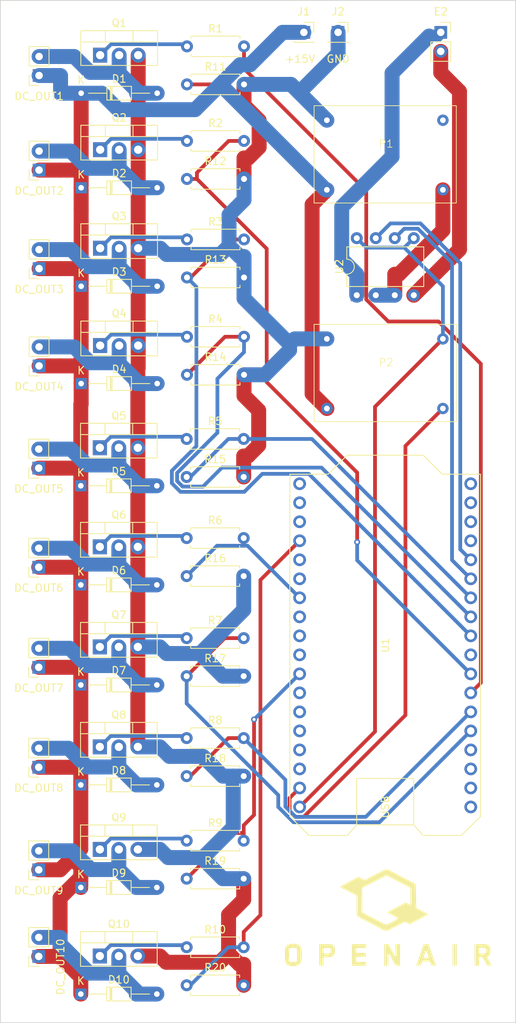
<source format=kicad_pcb>
(kicad_pcb (version 20221018) (generator pcbnew)
  (layers (0 "F.Cu" signal) (31 "B.Cu" signal) (34 "B.Paste" user) (35 "F.Paste" user) (36 "B.SilkS" user "B.Silkscreen") (37 "F.SilkS" user "F.Silkscreen") (38 "B.Mask" user) (39 "F.Mask" user) (44 "Edge.Cuts" user))
  (net 0 "")
  (net 1 "Net-(R1-Pad2)")
  (net 2 "GND")
  (net 3 "Net-(R10-Pad2)")
  (net 4 "Net-(R19-Pad1)")
  (net 5 "Net-(R18-Pad1)")
  (net 6 "Net-(R17-Pad1)")
  (net 7 "Net-(R16-Pad1)")
  (net 8 "Net-(R15-Pad1)")
  (net 9 "Net-(R14-Pad1)")
  (net 10 "Net-(U1-25_DAC)")
  (net 11 "Net-(R12-Pad1)")
  (net 12 "Net-(Q6-B)")
  (net 13 "Net-(Q5-B)")
  (net 14 "Net-(Q4-B)")
  (net 15 "Net-(Q3-B)")
  (net 16 "Net-(Q2-B)")
  (net 17 "Net-(Q1-B)")
  (net 18 "Net-(Q8-B)")
  (net 19 "Net-(Q9-B)")
  (net 20 "Net-(Q10-B)")
  (net 21 "Net-(Q7-B)")
  (net 22 "+15V")
  (net 23 "Net-(D10-A)")
  (net 24 "Net-(D9-A)")
  (net 25 "Net-(D8-A)")
  (net 26 "Net-(D7-A)")
  (net 27 "Net-(D6-A)")
  (net 28 "Net-(D5-A)")
  (net 29 "Net-(D4-A)")
  (net 30 "Net-(D3-A)")
  (net 31 "Net-(D2-A)")
  (net 32 "Net-(D1-A)")
  (net 33 "Net-(E2-Pin_1)")
  (net 34 "Net-(P1-OUT+)")
  (net 35 "Net-(E2-Pin_2)")
  (net 36 "Net-(P2-OUT-)")
  (net 37 "Net-(U2-IA)")
  (net 38 "Net-(U2-IB)")
  (net 54 "Net-(P2-OUT+)")
  (footprint "Diode_THT:D_DO-34_SOD68_P10.16mm_Horizontal" (layer "F.Cu") (at 24.0931 25.4)
    (fp_text reference "D1")
    (fp_text value "1N5400")
  )
  (footprint "MountingHole:MountingHole_2.2mm_M2" (layer "F.Cu") (at 79.16 146.304)
    (fp_text reference "H3" hide)
    (fp_text value "MountingHole" hide)
  )
  (footprint "Package_TO_SOT_THT:TO-220-3_Vertical" (layer "F.Cu") (at 26.6331 20.32)
    (fp_text reference "Q1")
    (fp_text value "TIP120")
  )
  (footprint "Connector_PinSocket_2.54mm:PinSocket_1x02_P2.54mm_Vertical" (layer "F.Cu") (at 18.4731 35.6719 180)
    (fp_text reference "DC_OUT2")
    (fp_text value "GND")
  )
  (footprint "Custom Footprints:Untitled" (layer "F.Cu") (at 65.1431 136.57)
    (fp_text reference "G***" hide)
    (fp_text value "LOGO" hide)
  )
  (footprint "Resistor_THT:R_Axial_DIN0207_L6.3mm_D2.5mm_P7.62mm_Horizontal" (layer "F.Cu") (at 38.2331 19.145)
    (fp_text reference "R1")
    (fp_text value "1k")
  )
  (footprint "Diode_THT:D_DO-34_SOD68_P10.16mm_Horizontal" (layer "F.Cu") (at 24.0931 38.0319)
    (fp_text reference "D2")
    (fp_text value "1N5400")
  )
  (footprint "Resistor_THT:R_Axial_DIN0207_L6.3mm_D2.5mm_P7.62mm_Horizontal" (layer "F.Cu") (at 38.2331 36.8569)
    (fp_text reference "R12")
    (fp_text value "1k")
  )
  (footprint "Connector_PinSocket_2.54mm:PinSocket_1x02_P2.54mm_Vertical" (layer "F.Cu") (at 18.43 102.0915 180)
    (fp_text reference "DC_OUT7")
    (fp_text value "GND")
  )
  (footprint "Resistor_THT:R_Axial_DIN0207_L6.3mm_D2.5mm_P7.62mm_Horizontal" (layer "F.Cu") (at 38.19 76.6696)
    (fp_text reference "R15")
    (fp_text value "1k")
  )
  (footprint "Custom Footprints:MINI-360" (layer "F.Cu") (at 64.8331 61.87)
    (fp_text reference "P2")
    (fp_text value "MINI-360")
  )
  (footprint "Resistor_THT:R_Axial_DIN0207_L6.3mm_D2.5mm_P7.62mm_Horizontal" (layer "F.Cu") (at 38.2331 50.0169)
    (fp_text reference "R13")
    (fp_text value "1k")
  )
  (footprint "Diode_THT:D_DO-34_SOD68_P10.16mm_Horizontal" (layer "F.Cu") (at 24.0931 64.1915)
    (fp_text reference "D4")
    (fp_text value "1N5400")
  )
  (footprint "Resistor_THT:R_Axial_DIN0207_L6.3mm_D2.5mm_P7.62mm_Horizontal" (layer "F.Cu") (at 38.19 98.1965)
    (fp_text reference "R7")
    (fp_text value "1k")
  )
  (footprint "Resistor_THT:R_Axial_DIN0207_L6.3mm_D2.5mm_P7.62mm_Horizontal" (layer "F.Cu") (at 38.19 111.55)
    (fp_text reference "R8")
    (fp_text value "1k")
  )
  (footprint "Resistor_THT:R_Axial_DIN0207_L6.3mm_D2.5mm_P7.62mm_Horizontal" (layer "F.Cu") (at 38.19 144.57)
    (fp_text reference "R20")
    (fp_text value "1k")
  )
  (footprint "Connector_PinSocket_2.54mm:PinSocket_1x01_P2.54mm_Vertical" (layer "F.Cu") (at 53.848 17.272)
    (fp_text reference "J1")
    (fp_text value "Conn_01x01_Pin" hide)
  )
  (footprint "Package_TO_SOT_THT:TO-220-3_Vertical" (layer "F.Cu") (at 26.6331 32.9519)
    (fp_text reference "Q2")
    (fp_text value "TIP120")
  )
  (footprint "Resistor_THT:R_Axial_DIN0207_L6.3mm_D2.5mm_P7.62mm_Horizontal" (layer "F.Cu") (at 38.2331 31.7769)
    (fp_text reference "R2")
    (fp_text value "1k")
  )
  (footprint "Connector_PinSocket_2.54mm:PinSocket_1x02_P2.54mm_Vertical" (layer "F.Cu") (at 18.43 75.4846 180)
    (fp_text reference "DC_OUT5")
    (fp_text value "GND")
  )
  (footprint "Custom Footprints:Heltec_HTIT-WB32" (layer "F.Cu") (at 64.7131 99.16 -90)
    (fp_text reference "U1")
    (fp_text value "Heltec_HTIT-WB32")
  )
  (footprint "Resistor_THT:R_Axial_DIN0207_L6.3mm_D2.5mm_P7.62mm_Horizontal" (layer "F.Cu") (at 38.19 139.49)
    (fp_text reference "R10")
    (fp_text value "1k")
  )
  (footprint "Package_TO_SOT_THT:TO-220-3_Vertical" (layer "F.Cu") (at 26.6331 59.1115)
    (fp_text reference "Q4")
    (fp_text value "TIP120")
  )
  (footprint "Connector_PinSocket_2.54mm:PinSocket_1x02_P2.54mm_Vertical" (layer "F.Cu") (at 72.136 17.272)
    (fp_text reference "E2")
    (fp_text value "E1")
  )
  (footprint "Diode_THT:D_DO-34_SOD68_P10.16mm_Horizontal" (layer "F.Cu") (at 24.05 145.745)
    (fp_text reference "D10")
    (fp_text value "1N5400")
  )
  (footprint "Connector_PinSocket_2.54mm:PinSocket_1x02_P2.54mm_Vertical" (layer "F.Cu") (at 18.4731 23.04 180)
    (fp_text reference "DC_OUT1")
    (fp_text value "GND")
  )
  (footprint "Diode_THT:D_DO-34_SOD68_P10.16mm_Horizontal" (layer "F.Cu") (at 24.05 117.805)
    (fp_text reference "D8")
    (fp_text value "1N5400")
  )
  (footprint "Package_TO_SOT_THT:TO-220-3_Vertical" (layer "F.Cu") (at 26.6331 46.1119)
    (fp_text reference "Q3")
    (fp_text value "TIP120")
  )
  (footprint "Resistor_THT:R_Axial_DIN0207_L6.3mm_D2.5mm_P7.62mm_Horizontal" (layer "F.Cu") (at 38.2331 24.225)
    (fp_text reference "R11")
    (fp_text value "1k")
  )
  (footprint "Package_TO_SOT_THT:TO-220-3_Vertical" (layer "F.Cu") (at 26.59 140.665)
    (fp_text reference "Q10")
    (fp_text value "TIP120")
  )
  (footprint "MountingHole:MountingHole_2.2mm_M2" (layer "F.Cu") (at 16.256 146.304)
    (fp_text reference "H2" hide)
    (fp_text value "MountingHole" hide)
  )
  (footprint "Custom Footprints:MINI-360" (layer "F.Cu") (at 64.8331 32.66)
    (fp_text reference "P1")
    (fp_text value "MINI-360")
  )
  (footprint "Connector_PinSocket_2.54mm:PinSocket_1x02_P2.54mm_Vertical" (layer "F.Cu") (at 18.43 129.145 180)
    (fp_text reference "DC_OUT9")
    (fp_text value "GND")
  )
  (footprint "Package_TO_SOT_THT:TO-220-3_Vertical" (layer "F.Cu") (at 26.59 72.7646)
    (fp_text reference "Q5")
    (fp_text value "TIP120")
  )
  (footprint "Diode_THT:D_DO-34_SOD68_P10.16mm_Horizontal" (layer "F.Cu") (at 24.05 91.0846)
    (fp_text reference "D6")
    (fp_text value "1N5400")
  )
  (footprint "Resistor_THT:R_Axial_DIN0207_L6.3mm_D2.5mm_P7.62mm_Horizontal" (layer "F.Cu") (at 38.2331 63.0165)
    (fp_text reference "R14")
    (fp_text value "1k")
  )
  (footprint "Resistor_THT:R_Axial_DIN0207_L6.3mm_D2.5mm_P7.62mm_Horizontal" (layer "F.Cu") (at 38.19 103.2765)
    (fp_text reference "R17")
    (fp_text value "1k")
  )
  (footprint "Connector_PinSocket_2.54mm:PinSocket_1x02_P2.54mm_Vertical" (layer "F.Cu") (at 18.43 115.445 180)
    (fp_text reference "DC_OUT8")
    (fp_text value "GND")
  )
  (footprint "Connector_PinSocket_2.54mm:PinSocket_1x02_P2.54mm_Vertical" (layer "F.Cu") (at 18.43 140.716 180)
    (fp_text reference "DC_OUT10")
    (fp_text value "GND")
  )
  (footprint "Resistor_THT:R_Axial_DIN0207_L6.3mm_D2.5mm_P7.62mm_Horizontal" (layer "F.Cu") (at 38.19 89.9096)
    (fp_text reference "R16")
    (fp_text value "1k")
  )
  (footprint "MountingHole:MountingHole_2.2mm_M2" (layer "F.Cu") (at 79.16 16.13)
    (fp_text reference "H4" hide)
    (fp_text value "MountingHole" hide)
  )
  (footprint "Diode_THT:D_DO-34_SOD68_P10.16mm_Horizontal" (layer "F.Cu") (at 24.05 104.4515)
    (fp_text reference "D7")
    (fp_text value "1N5400")
  )
  (footprint "Resistor_THT:R_Axial_DIN0207_L6.3mm_D2.5mm_P7.62mm_Horizontal" (layer "F.Cu") (at 38.19 84.8296)
    (fp_text reference "R6")
    (fp_text value "1k")
  )
  (footprint "Connector_PinSocket_2.54mm:PinSocket_1x01_P2.54mm_Vertical" (layer "F.Cu") (at 58.42 17.272)
    (fp_text reference "J2")
    (fp_text value "Conn_01x01_Pin" hide)
  )
  (footprint "Package_TO_SOT_THT:TO-220-3_Vertical" (layer "F.Cu") (at 26.59 112.725)
    (fp_text reference "Q8")
    (fp_text value "TIP120")
  )
  (footprint "MountingHole:MountingHole_2.2mm_M2" (layer "F.Cu") (at 16.256 16.13)
    (fp_text reference "H1" hide)
    (fp_text value "MountingHole" hide)
  )
  (footprint "Connector_PinSocket_2.54mm:PinSocket_1x02_P2.54mm_Vertical" (layer "F.Cu") (at 18.4731 48.8319 180)
    (fp_text reference "DC_OUT3")
    (fp_text value "GND")
  )
  (footprint "Resistor_THT:R_Axial_DIN0207_L6.3mm_D2.5mm_P7.62mm_Horizontal" (layer "F.Cu") (at 38.19 116.63)
    (fp_text reference "R18")
    (fp_text value "1k")
  )
  (footprint "Resistor_THT:R_Axial_DIN0207_L6.3mm_D2.5mm_P7.62mm_Horizontal" (layer "F.Cu") (at 38.2331 57.9365)
    (fp_text reference "R4")
    (fp_text value "1k")
  )
  (footprint "Diode_THT:D_DO-34_SOD68_P10.16mm_Horizontal" (layer "F.Cu") (at 24.05 77.8446)
    (fp_text reference "D5")
    (fp_text value "1N5400")
  )
  (footprint "Package_TO_SOT_THT:TO-220-3_Vertical" (layer "F.Cu") (at 26.59 99.3715)
    (fp_text reference "Q7")
    (fp_text value "TIP120")
  )
  (footprint "Package_DIP:DIP-8_W7.62mm" (layer "F.Cu") (at 60.9131 52.385 90)
    (fp_text reference "U2")
    (fp_text value "L9110")
  )
  (footprint "Connector_PinSocket_2.54mm:PinSocket_1x02_P2.54mm_Vertical" (layer "F.Cu") (at 18.43 88.7246 180)
    (fp_text reference "DC_OUT6")
    (fp_text value "GND")
  )
  (footprint "Connector_PinSocket_2.54mm:PinSocket_1x02_P2.54mm_Vertical" (layer "F.Cu") (at 18.4731 61.8315 180)
    (fp_text reference "DC_OUT4")
    (fp_text value "GND")
  )
  (footprint "Resistor_THT:R_Axial_DIN0207_L6.3mm_D2.5mm_P7.62mm_Horizontal" (layer "F.Cu") (at 38.2331 44.9369)
    (fp_text reference "R3")
    (fp_text value "1k")
  )
  (footprint "Resistor_THT:R_Axial_DIN0207_L6.3mm_D2.5mm_P7.62mm_Horizontal" (layer "F.Cu") (at 38.19 71.5896)
    (fp_text reference "R5")
    (fp_text value "1k")
  )
  (footprint "Resistor_THT:R_Axial_DIN0207_L6.3mm_D2.5mm_P7.62mm_Horizontal" (layer "F.Cu") (at 38.19 125.25)
    (fp_text reference "R9")
    (fp_text value "1k")
  )
  (footprint "Package_TO_SOT_THT:TO-220-3_Vertical" (layer "F.Cu") (at 26.59 126.425)
    (fp_text reference "Q9")
    (fp_text value "TIP120")
  )
  (footprint "Resistor_THT:R_Axial_DIN0207_L6.3mm_D2.5mm_P7.62mm_Horizontal" (layer "F.Cu") (at 38.19 130.33)
    (fp_text reference "R19")
    (fp_text value "1k")
  )
  (footprint "Diode_THT:D_DO-34_SOD68_P10.16mm_Horizontal" (layer "F.Cu") (at 24.0931 51.1919)
    (fp_text reference "D3")
    (fp_text value "1N5400")
  )
  (footprint "Package_TO_SOT_THT:TO-220-3_Vertical" (layer "F.Cu") (at 26.59 86.0046)
    (fp_text reference "Q6")
    (fp_text value "TIP120")
  )
  (footprint "Diode_THT:D_DO-34_SOD68_P10.16mm_Horizontal" (layer "F.Cu") (at 24.05 131.505)
    (fp_text reference "D9")
    (fp_text value "1N5400")
  )
  (gr_rect (start 13.3031 13) (end 82.1431 149.57) (stroke (width 0.1)) (fill none) (layer "Edge.Cuts"))
  (gr_text "+15V\n" (at 53.34 20.828) (layer "F.SilkS") (effects (font (size 1 1))))
  (gr_text "GND" (at 58.42 20.828) (layer "F.SilkS") (effects (font (size 1 1))))
  (segment (start 77.4875 61.5536) (end 77.4875 104.1656) (width 0.5) (layer "F.Cu") (net 1))
  (segment (start 62.183 52.9554) (end 65.1216 55.894) (width 0.5) (layer "F.Cu") (net 1))
  (segment (start 45.5018 21.7659) (end 62.183 38.4471) (width 0.5) (layer "F.Cu") (net 1))
  (segment (start 62.183 38.4471) (end 62.183 52.9554) (width 0.5) (layer "F.Cu") (net 1))
  (segment (start 77.4875 104.1656) (end 76.1431 105.51) (width 0.5) (layer "F.Cu") (net 1))
  (segment (start 45.8531 21.4146) (end 45.5018 21.7659) (width 0.5) (layer "F.Cu") (net 1))
  (segment (start 45.5018 21.7659) (end 43.0427 24.225) (width 0.5) (layer "F.Cu") (net 1))
  (segment (start 65.1216 55.894) (end 71.8279 55.894) (width 0.5) (layer "F.Cu") (net 1))
  (segment (start 43.0427 24.225) (end 38.2331 24.225) (width 0.5) (layer "F.Cu") (net 1))
  (segment (start 45.8531 19.145) (end 45.8531 21.195) (width 0.5) (layer "F.Cu") (net 1))
  (segment (start 45.8531 21.195) (end 45.8531 21.4146) (width 0.5) (layer "F.Cu") (net 1))
  (segment (start 71.8279 55.894) (end 77.4875 61.5536) (width 0.5) (layer "F.Cu") (net 1))
  (segment (start 47.8119 67.7753) (end 47.8119 72.4477) (width 2) (layer "F.Cu") (net 2))
  (segment (start 46.4375 34.0569) (end 45.8531 34.0569) (width 2) (layer "F.Cu") (net 2))
  (segment (start 35.4532 141.4957) (end 34.6225 140.665) (width 2) (layer "F.Cu") (net 2))
  (segment (start 45.81 130.33) (end 45.81 133.13) (width 2) (layer "F.Cu") (net 2))
  (segment (start 45.81 144.57) (end 45.81 141.77) (width 2) (layer "F.Cu") (net 2))
  (segment (start 31.7131 32.9519) (end 31.7131 20.32) (width 2) (layer "F.Cu") (net 2))
  (segment (start 45.8531 65.8165) (end 47.8119 67.7753) (width 2) (layer "F.Cu") (net 2))
  (segment (start 45.8531 36.8569) (end 45.8531 34.0569) (width 2) (layer "F.Cu") (net 2))
  (segment (start 31.7131 59.1115) (end 31.7131 46.1119) (width 2) (layer "F.Cu") (net 2))
  (segment (start 31.67 99.3715) (end 31.67 86.0046) (width 2) (layer "F.Cu") (net 2))
  (segment (start 31.67 86.0046) (end 31.67 72.7646) (width 2) (layer "F.Cu") (net 2))
  (segment (start 45.8531 24.225) (end 45.8531 27.025) (width 2) (layer "F.Cu") (net 2))
  (segment (start 31.67 112.725) (end 31.67 99.3715) (width 2) (layer "F.Cu") (net 2))
  (segment (start 42.6269 141.4957) (end 35.4532 141.4957) (width 2) (layer "F.Cu") (net 2))
  (segment (start 45.2256 141.77) (end 45.81 141.77) (width 2) (layer "F.Cu") (net 2))
  (segment (start 31.7131 59.1115) (end 31.7131 62.1115) (width 2) (layer "F.Cu") (net 2))
  (segment (start 43.7891 140.3335) (end 45.2256 141.77) (width 2) (layer "F.Cu") (net 2))
  (segment (start 45.81 133.13) (end 43.7891 135.1509) (width 2) (layer "F.Cu") (net 2))
  (segment (start 31.7131 46.1119) (end 31.7131 32.9519) (width 2) (layer "F.Cu") (net 2))
  (segment (start 45.8531 27.025) (end 47.874 29.0459) (width 2) (layer "F.Cu") (net 2))
  (segment (start 46.39 73.8696) (end 45.81 73.8696) (width 2) (layer "F.Cu") (net 2))
  (segment (start 43.7891 140.3335) (end 42.6269 141.4957) (width 2) (layer "F.Cu") (net 2))
  (segment (start 31.67 72.7646) (end 31.67 62.1546) (width 2) (layer "F.Cu") (net 2))
  (segment (start 47.8119 72.4477) (end 46.39 73.8696) (width 2) (layer "F.Cu") (net 2))
  (segment (start 47.874 32.6204) (end 46.4375 34.0569) (width 2) (layer "F.Cu") (net 2))
  (segment (start 31.67 62.1546) (end 31.7131 62.1115) (width 2) (layer "F.Cu") (net 2))
  (segment (start 43.7891 135.1509) (end 43.7891 140.3335) (width 2) (layer "F.Cu") (net 2))
  (segment (start 45.8531 63.0165) (end 45.8531 65.8165) (width 2) (layer "F.Cu") (net 2))
  (segment (start 31.67 140.665) (end 34.6225 140.665) (width 2) (layer "F.Cu") (net 2))
  (segment (start 47.874 29.0459) (end 47.874 32.6204) (width 2) (layer "F.Cu") (net 2))
  (segment (start 45.81 76.6696) (end 45.81 73.8696) (width 2) (layer "F.Cu") (net 2))
  (segment (start 45.8531 24.225) (end 47.2531 24.225) (width 2) (layer "B.Cu") (net 2))
  (segment (start 45.8531 50.0169) (end 45.8531 52.8169) (width 2) (layer "B.Cu") (net 2))
  (segment (start 43.01 116.63) (end 40.3755 113.9955) (width 2) (layer "B.Cu") (net 2))
  (segment (start 45.8531 39.6569) (end 43.8512 41.6588) (width 2) (layer "B.Cu") (net 2))
  (segment (start 53.2276 25.3144) (end 56.9231 29.01) (width 2) (layer "B.Cu") (net 2))
  (segment (start 52.1381 24.225) (end 53.2276 25.3144) (width 2) (layer "B.Cu") (net 2))
  (segment (start 51.9396 58.9034) (end 45.8531 52.8169) (width 2) (layer "B.Cu") (net 2))
  (segment (start 58.42 17.272) (end 58.42 20.122) (width 2) (layer "B.Cu") (net 2))
  (segment (start 44.41 116.63) (end 43.01 116.63) (width 2) (layer "B.Cu") (net 2))
  (segment (start 45.8531 63.0165) (end 48.6531 63.0165) (width 2) (layer "B.Cu") (net 2))
  (segment (start 44.41 116.63) (end 44.41 123.4759) (width 2) (layer "B.Cu") (net 2))
  (segment (start 45.81 89.9096) (end 45.81 94.4285) (width 2) (layer "B.Cu") (net 2))
  (segment (start 31.67 126.425) (end 34.6225 126.425) (width 2) (layer "B.Cu") (net 2))
  (segment (start 40.3755 127.5104) (end 40.3755 127.6955) (width 2) (layer "B.Cu") (net 2))
  (segment (start 56.9231 58.22) (end 52.623 58.22) (width 2) (layer "B.Cu") (net 2))
  (segment (start 31.7131 46.1119) (end 34.6656 46.1119) (width 2) (layer "B.Cu") (net 2))
  (segment (start 31.67 99.3715) (end 34.6225 99.3715) (width 2) (layer "B.Cu") (net 2))
  (segment (start 43.8512 41.6588) (end 43.8512 45.795) (width 2) (layer "B.Cu") (net 2))
  (segment (start 45.2731 47.2169) (end 45.8531 47.2169) (width 2) (layer "B.Cu") (net 2))
  (segment (start 40.3755 127.6955) (end 43.01 130.33) (width 2) (layer "B.Cu") (net 2))
  (segment (start 47.2531 24.225) (end 52.1381 24.225) (width 2) (layer "B.Cu") (net 2))
  (segment (start 35.7079 127.5104) (end 34.6225 126.425) (width 2) (layer "B.Cu") (net 2))
  (segment (start 31.67 112.725) (end 34.6225 112.725) (width 2) (layer "B.Cu") (net 2))
  (segment (start 35.5035 100.2525) (end 39.986 100.2525) (width 2) (layer "B.Cu") (net 2))
  (segment (start 34.6225 99.3715) (end 35.5035 100.2525) (width 2) (layer "B.Cu") (net 2))
  (segment (start 43.8512 45.795) (end 45.2731 47.2169) (width 2) (layer "B.Cu") (net 2))
  (segment (start 40.3755 113.9955) (end 35.893 113.9955) (width 2) (layer "B.Cu") (net 2))
  (segment (start 35.893 113.9955) (end 34.6225 112.725) (width 2) (layer "B.Cu") (net 2))
  (segment (start 45.8531 36.8569) (end 45.8531 39.6569) (width 2) (layer "B.Cu") (net 2))
  (segment (start 48.6531 63.0165) (end 51.9396 59.73) (width 2) (layer "B.Cu") (net 2))
  (segment (start 45.8531 50.0169) (end 45.8531 47.2169) (width 2) (layer "B.Cu") (net 2))
  (segment (start 43.8512 45.795) (end 42.7036 46.9426) (width 2) (layer "B.Cu") (net 2))
  (segment (start 52.623 58.22) (end 51.9396 58.9034) (width 2) (layer "B.Cu") (net 2))
  (segment (start 42.7036 46.9426) (end 35.4963 46.9426) (width 2) (layer "B.Cu") (net 2))
  (segment (start 45.81 94.4285) (end 39.986 100.2525) (width 2) (layer "B.Cu") (net 2))
  (segment (start 45.81 130.33) (end 43.01 130.33) (width 2) (layer "B.Cu") (net 2))
  (segment (start 35.4963 46.9426) (end 34.6656 46.1119) (width 2) (layer "B.Cu") (net 2))
  (segment (start 45.81 103.2765) (end 43.01 103.2765) (width 2) (layer "B.Cu") (net 2))
  (segment (start 58.42 20.122) (end 53.2276 25.3144) (width 2) (layer "B.Cu") (net 2))
  (segment (start 39.986 100.2525) (end 43.01 103.2765) (width 2) (layer "B.Cu") (net 2))
  (segment (start 45.81 116.63) (end 44.41 116.63) (width 2) (layer "B.Cu") (net 2))
  (segment (start 40.3755 127.5104) (end 35.7079 127.5104) (width 2) (layer "B.Cu") (net 2))
  (segment (start 44.41 123.4759) (end 40.3755 127.5104) (width 2) (layer "B.Cu") (net 2))
  (segment (start 51.9396 59.73) (end 51.9396 58.9034) (width 2) (layer "B.Cu") (net 2))
  (segment (start 48.0458 135.2042) (end 48.0458 90.4273) (width 0.5) (layer "F.Cu") (net 3))
  (segment (start 45.81 137.44) (end 48.0458 135.2042) (width 0.5) (layer "F.Cu") (net 3))
  (segment (start 48.0458 90.4273) (end 53.2831 85.19) (width 0.5) (layer "F.Cu") (net 3))
  (segment (start 45.81 139.49) (end 45.81 137.44) (width 0.5) (layer "F.Cu") (net 3))
  (segment (start 38.68 144.57) (end 38.19 144.57) (width 0.5) (layer "B.Cu") (net 3))
  (segment (start 43.76 139.49) (end 38.68 144.57) (width 0.5) (layer "B.Cu") (net 3))
  (segment (start 45.81 139.49) (end 43.76 139.49) (width 0.5) (layer "B.Cu") (net 3))
  (segment (start 45.81 125.25) (end 45.81 124.225) (width 0.5) (layer "F.Cu") (net 4))
  (segment (start 47.1939 121.8161) (end 47.1939 109.0592) (width 0.5) (layer "F.Cu") (net 4))
  (segment (start 45.81 124.225) (end 44.295 124.225) (width 0.5) (layer "F.Cu") (net 4))
  (segment (start 44.295 124.225) (end 38.19 130.33) (width 0.5) (layer "F.Cu") (net 4))
  (segment (start 45.81 123.2) (end 47.1939 121.8161) (width 0.5) (layer "F.Cu") (net 4))
  (segment (start 45.81 124.225) (end 45.81 123.2) (width 0.5) (layer "F.Cu") (net 4))
  (via (at 47.1939 109.0592) (size 0.8) (drill 0.4) (layers "F.Cu" "B.Cu") (net 4))
  (segment (start 53.2831 102.97) (end 47.1939 109.0592) (width 0.5) (layer "B.Cu") (net 4))
  (segment (start 38.68 116.63) (end 38.19 116.63) (width 0.5) (layer "F.Cu") (net 5))
  (segment (start 45.81 111.55) (end 43.76 111.55) (width 0.5) (layer "F.Cu") (net 5))
  (segment (start 43.76 111.55) (end 38.68 116.63) (width 0.5) (layer "F.Cu") (net 5))
  (segment (start 62.1227 122.0704) (end 52.7516 122.0704) (width 0.5) (layer "B.Cu") (net 5))
  (segment (start 51.3789 117.1189) (end 45.81 111.55) (width 0.5) (layer "B.Cu") (net 5))
  (segment (start 76.1431 108.05) (end 62.1227 122.0704) (width 0.5) (layer "B.Cu") (net 5))
  (segment (start 51.3789 120.6977) (end 51.3789 117.1189) (width 0.5) (layer "B.Cu") (net 5))
  (segment (start 52.7516 122.0704) (end 51.3789 120.6977) (width 0.5) (layer "B.Cu") (net 5))
  (segment (start 43.27 98.1965) (end 45.81 98.1965) (width 0.5) (layer "F.Cu") (net 6))
  (segment (start 38.19 103.2765) (end 43.27 98.1965) (width 0.5) (layer "F.Cu") (net 6))
  (segment (start 52.4679 122.7923) (end 63.9408 122.7923) (width 0.5) (layer "B.Cu") (net 6))
  (segment (start 38.19 106.927) (end 50.4293 119.1663) (width 0.5) (layer "B.Cu") (net 6))
  (segment (start 38.19 103.2765) (end 38.19 106.927) (width 0.5) (layer "B.Cu") (net 6))
  (segment (start 63.9408 122.7923) (end 76.1431 110.59) (width 0.5) (layer "B.Cu") (net 6))
  (segment (start 50.4293 120.7537) (end 52.4679 122.7923) (width 0.5) (layer "B.Cu") (net 6))
  (segment (start 50.4293 119.1663) (end 50.4293 120.7537) (width 0.5) (layer "B.Cu") (net 6))
  (segment (start 45.81 84.8296) (end 45.81 85.8546) (width 0.5) (layer "B.Cu") (net 7))
  (segment (start 46.3277 85.8546) (end 45.81 85.8546) (width 0.5) (layer "B.Cu") (net 7))
  (segment (start 45.81 85.8546) (end 42.245 85.8546) (width 0.5) (layer "B.Cu") (net 7))
  (segment (start 53.2831 92.81) (end 46.3277 85.8546) (width 0.5) (layer "B.Cu") (net 7))
  (segment (start 42.245 85.8546) (end 38.19 89.9096) (width 0.5) (layer "B.Cu") (net 7))
  (segment (start 38.68 76.6696) (end 43.76 71.5896) (width 0.5) (layer "B.Cu") (net 8))
  (segment (start 54.9227 71.5896) (end 45.81 71.5896) (width 0.5) (layer "B.Cu") (net 8))
  (segment (start 76.1431 92.81) (end 54.9227 71.5896) (width 0.5) (layer "B.Cu") (net 8))
  (segment (start 45.81 71.5896) (end 43.76 71.5896) (width 0.5) (layer "B.Cu") (net 8))
  (segment (start 38.19 76.6696) (end 38.68 76.6696) (width 0.5) (layer "B.Cu") (net 8))
  (segment (start 45.8531 57.9365) (end 43.3131 57.9365) (width 0.5) (layer "F.Cu") (net 9))
  (segment (start 43.3131 57.9365) (end 38.2331 63.0165) (width 0.5) (layer "F.Cu") (net 9))
  (segment (start 76.1431 95.35) (end 56.2108 75.4177) (width 0.5) (layer "B.Cu") (net 9))
  (segment (start 40.3711 77.9513) (end 37.6568 77.9513) (width 0.5) (layer "B.Cu") (net 9))
  (segment (start 42.2985 63.5411) (end 45.8531 59.9865) (width 0.5) (layer "B.Cu") (net 9))
  (segment (start 37.6568 77.9513) (end 36.9148 77.2093) (width 0.5) (layer "B.Cu") (net 9))
  (segment (start 45.8531 57.9365) (end 45.8531 59.9865) (width 0.5) (layer "B.Cu") (net 9))
  (segment (start 36.9148 77.2093) (end 36.9148 76.1264) (width 0.5) (layer "B.Cu") (net 9))
  (segment (start 56.2108 75.4177) (end 42.9047 75.4177) (width 0.5) (layer "B.Cu") (net 9))
  (segment (start 42.9047 75.4177) (end 40.3711 77.9513) (width 0.5) (layer "B.Cu") (net 9))
  (segment (start 42.2985 70.7427) (end 42.2985 63.5411) (width 0.5) (layer "B.Cu") (net 9))
  (segment (start 36.9148 76.1264) (end 42.2985 70.7427) (width 0.5) (layer "B.Cu") (net 9))
  (segment (start 38.7231 50.0169) (end 38.2331 50.0169) (width 0.5) (layer "F.Cu") (net 10))
  (segment (start 45.8531 44.9369) (end 43.8031 44.9369) (width 0.5) (layer "F.Cu") (net 10))
  (segment (start 43.8031 44.9369) (end 38.7231 50.0169) (width 0.5) (layer "F.Cu") (net 10))
  (segment (start 36.2129 75.8355) (end 36.2129 77.5001) (width 0.5) (layer "B.Cu") (net 10))
  (segment (start 37.366 78.6532) (end 45.8874 78.6532) (width 0.5) (layer "B.Cu") (net 10))
  (segment (start 48.29 76.2506) (end 54.5037 76.2506) (width 0.5) (layer "B.Cu") (net 10))
  (segment (start 36.2129 77.5001) (end 37.366 78.6532) (width 0.5) (layer "B.Cu") (net 10))
  (segment (start 39.4939 72.5545) (end 36.2129 75.8355) (width 0.5) (layer "B.Cu") (net 10))
  (segment (start 38.2331 50.0169) (end 39.4939 51.2777) (width 0.5) (layer "B.Cu") (net 10))
  (segment (start 54.5037 76.2506) (end 76.1431 97.89) (width 0.5) (layer "B.Cu") (net 10))
  (segment (start 45.8874 78.6532) (end 48.29 76.2506) (width 0.5) (layer "B.Cu") (net 10))
  (segment (start 39.4939 51.2777) (end 39.4939 72.5545) (width 0.5) (layer "B.Cu") (net 10))
  (segment (start 39.562 36.8569) (end 39.562 36.018) (width 0.5) (layer "F.Cu") (net 11))
  (segment (start 48.8835 46.1784) (end 39.562 36.8569) (width 0.5) (layer "F.Cu") (net 11))
  (segment (start 60.9699 76.0821) (end 48.8835 63.9957) (width 0.5) (layer "F.Cu") (net 11))
  (segment (start 38.2331 36.8569) (end 39.562 36.8569) (width 0.5) (layer "F.Cu") (net 11))
  (segment (start 45.8531 31.7769) (end 43.8031 31.7769) (width 0.5) (layer "F.Cu") (net 11))
  (segment (start 60.9699 85.3695) (end 60.9699 76.0821) (width 0.5) (layer "F.Cu") (net 11))
  (segment (start 39.562 36.018) (end 43.8031 31.7769) (width 0.5) (layer "F.Cu") (net 11))
  (segment (start 48.8835 63.9957) (end 48.8835 46.1784) (width 0.5) (layer "F.Cu") (net 11))
  (via (at 60.9699 85.3695) (size 0.8) (drill 0.4) (layers "F.Cu" "B.Cu") (net 11))
  (segment (start 60.9699 87.7968) (end 60.9699 85.3695) (width 0.5) (layer "B.Cu") (net 11))
  (segment (start 76.1431 102.97) (end 60.9699 87.7968) (width 0.5) (layer "B.Cu") (net 11))
  (segment (start 37.9088 84.5484) (end 28.0462 84.5484) (width 0.5) (layer "B.Cu") (net 12))
  (segment (start 28.0462 84.5484) (end 26.59 86.0046) (width 0.5) (layer "B.Cu") (net 12))
  (segment (start 38.19 84.8296) (end 37.9088 84.5484) (width 0.5) (layer "B.Cu") (net 12))
  (segment (start 38.19 71.5896) (end 37.8929 71.2925) (width 0.5) (layer "B.Cu") (net 13))
  (segment (start 28.0621 71.2925) (end 26.59 72.7646) (width 0.5) (layer "B.Cu") (net 13))
  (segment (start 37.8929 71.2925) (end 28.0621 71.2925) (width 0.5) (layer "B.Cu") (net 13))
  (segment (start 37.9519 57.6553) (end 28.0893 57.6553) (width 0.5) (layer "B.Cu") (net 14))
  (segment (start 28.0893 57.6553) (end 26.6331 59.1115) (width 0.5) (layer "B.Cu") (net 14))
  (segment (start 38.2331 57.9365) (end 37.9519 57.6553) (width 0.5) (layer "B.Cu") (net 14))
  (segment (start 38.2331 44.9369) (end 37.9519 44.6557) (width 0.5) (layer "B.Cu") (net 15))
  (segment (start 37.9519 44.6557) (end 28.0893 44.6557) (width 0.5) (layer "B.Cu") (net 15))
  (segment (start 28.0893 44.6557) (end 26.6331 46.1119) (width 0.5) (layer "B.Cu") (net 15))
  (segment (start 28.0893 31.4957) (end 26.6331 32.9519) (width 0.5) (layer "B.Cu") (net 16))
  (segment (start 37.9519 31.4957) (end 28.0893 31.4957) (width 0.5) (layer "B.Cu") (net 16))
  (segment (start 38.2331 31.7769) (end 37.9519 31.4957) (width 0.5) (layer "B.Cu") (net 16))
  (segment (start 38.2331 19.145) (end 37.9444 18.8563) (width 0.5) (layer "B.Cu") (net 17))
  (segment (start 37.9444 18.8563) (end 28.0968 18.8563) (width 0.5) (layer "B.Cu") (net 17))
  (segment (start 28.0968 18.8563) (end 26.6331 20.32) (width 0.5) (layer "B.Cu") (net 17))
  (segment (start 37.9088 111.2688) (end 28.0462 111.2688) (width 0.5) (layer "B.Cu") (net 18))
  (segment (start 38.19 111.55) (end 37.9088 111.2688) (width 0.5) (layer "B.Cu") (net 18))
  (segment (start 28.0462 111.2688) (end 26.59 112.725) (width 0.5) (layer "B.Cu") (net 18))
  (segment (start 37.9088 124.9688) (end 28.0462 124.9688) (width 0.5) (layer "B.Cu") (net 19))
  (segment (start 28.0462 124.9688) (end 26.59 126.425) (width 0.5) (layer "B.Cu") (net 19))
  (segment (start 38.19 125.25) (end 37.9088 124.9688) (width 0.5) (layer "B.Cu") (net 19))
  (segment (start 37.9088 139.2088) (end 28.0462 139.2088) (width 0.5) (layer "B.Cu") (net 20))
  (segment (start 38.19 139.49) (end 37.9088 139.2088) (width 0.5) (layer "B.Cu") (net 20))
  (segment (start 28.0462 139.2088) (end 26.59 140.665) (width 0.5) (layer "B.Cu") (net 20))
  (segment (start 28.0462 97.9153) (end 26.59 99.3715) (width 0.5) (layer "B.Cu") (net 21))
  (segment (start 37.9088 97.9153) (end 28.0462 97.9153) (width 0.5) (layer "B.Cu") (net 21))
  (segment (start 38.19 98.1965) (end 37.9088 97.9153) (width 0.5) (layer "B.Cu") (net 21))
  (segment (start 18.4731 35.6719) (end 21.3231 35.6719) (width 2) (layer "F.Cu") (net 22))
  (segment (start 24.05 88.7246) (end 24.05 77.8446) (width 2) (layer "F.Cu") (net 22))
  (segment (start 24.05 75.4846) (end 24.05 66.9846) (width 2) (layer "F.Cu") (net 22))
  (segment (start 24.05 126.375) (end 22.86 127.565) (width 2) (layer "F.Cu") (net 22))
  (segment (start 24.0931 61.8315) (end 21.3231 61.8315) (width 2) (layer "F.Cu") (net 22))
  (segment (start 24.0931 39.4069) (end 24.0931 40.7819) (width 2) (layer "F.Cu") (net 22))
  (segment (start 18.4731 61.8315) (end 21.3231 61.8315) (width 2) (layer "F.Cu") (net 22))
  (segment (start 24.0931 48.8319) (end 21.3231 48.8319) (width 2) (layer "F.Cu") (net 22))
  (segment (start 18.43 102.0915) (end 21.28 102.0915) (width 2) (layer "F.Cu") (net 22))
  (segment (start 21.28 140.716) (end 23.559 142.995) (width 2) (layer "F.Cu") (net 22))
  (segment (start 24.05 131.505) (end 24.05 130.13) (width 2) (layer "F.Cu") (net 22))
  (segment (start 24.05 130.13) (end 24.05 128.755) (width 2) (layer "F.Cu") (net 22))
  (segment (start 24.05 115.445) (end 24.05 117.805) (width 2) (layer "F.Cu") (net 22))
  (segment (start 24.0931 64.1915) (end 24.0931 66.9415) (width 2) (layer "F.Cu") (net 22))
  (segment (start 18.4731 48.8319) (end 21.3231 48.8319) (width 2) (layer "F.Cu") (net 22))
  (segment (start 24.0931 35.6719) (end 24.0931 25.4) (width 2) (layer "F.Cu") (net 22))
  (segment (start 24.05 75.4846) (end 21.28 75.4846) (width 2) (layer "F.Cu") (net 22))
  (segment (start 18.43 75.4846) (end 21.28 75.4846) (width 2) (layer "F.Cu") (net 22))
  (segment (start 24.05 117.805) (end 24.05 126.375) (width 2) (layer "F.Cu") (net 22))
  (segment (start 24.05 66.9846) (end 24.0931 66.9415) (width 2) (layer "F.Cu") (net 22))
  (segment (start 24.05 104.4515) (end 24.05 115.445) (width 2) (layer "F.Cu") (net 22))
  (segment (start 24.05 130.13) (end 21.28 132.9) (width 2) (layer "F.Cu") (net 22))
  (segment (start 24.05 88.7246) (end 21.28 88.7246) (width 2) (layer "F.Cu") (net 22))
  (segment (start 54.9489 65.5458) (end 56.9231 67.52) (width 2) (layer "F.Cu") (net 22))
  (segment (start 24.05 91.0846) (end 24.05 88.7246) (width 2) (layer "F.Cu") (net 22))
  (segment (start 24.05 102.0915) (end 24.05 104.4515) (width 2) (layer "F.Cu") (net 22))
  (segment (start 24.0931 48.8319) (end 24.0931 40.7819) (width 2) (layer "F.Cu") (net 22))
  (segment (start 24.0931 38.0319) (end 24.0931 35.6719) (width 2) (layer "F.Cu") (net 22))
  (segment (start 24.05 102.0915) (end 21.28 102.0915) (width 2) (layer "F.Cu") (net 22))
  (segment (start 21.28 132.9) (end 21.28 140.716) (width 2) (layer "F.Cu") (net 22))
  (segment (start 54.9489 40.2842) (end 54.9489 65.5458) (width 2) (layer "F.Cu") (net 22))
  (segment (start 24.05 77.8446) (end 24.05 75.4846) (width 2) (layer "F.Cu") (net 22))
  (segment (start 18.43 129.145) (end 21.28 129.145) (width 2) (layer "F.Cu") (net 22))
  (segment (start 24.05 145.745) (end 24.05 142.995) (width 2) (layer "F.Cu") (net 22))
  (segment (start 18.43 140.716) (end 21.28 140.716) (width 2) (layer "F.Cu") (net 22))
  (segment (start 24.0931 61.8315) (end 24.0931 51.1919) (width 2) (layer "F.Cu") (net 22))
  (segment (start 22.86 127.565) (end 21.28 129.145) (width 2) (layer "F.Cu") (net 22))
  (segment (start 24.0931 39.4069) (end 24.0931 38.0319) (width 2) (layer "F.Cu") (net 22))
  (segment (start 24.0931 51.1919) (end 24.0931 48.8319) (width 2) (layer "F.Cu") (net 22))
  (segment (start 24.0931 64.1915) (end 24.0931 61.8315) (width 2) (layer "F.Cu") (net 22))
  (segment (start 24.0931 35.6719) (end 21.3231 35.6719) (width 2) (layer "F.Cu") (net 22))
  (segment (start 24.05 91.0846) (end 24.05 102.0915) (width 2) (layer "F.Cu") (net 22))
  (segment (start 23.559 142.995) (end 24.05 142.995) (width 2) (layer "F.Cu") (net 22))
  (segment (start 18.43 115.445) (end 21.28 115.445) (width 2) (layer "F.Cu") (net 22))
  (segment (start 24.05 115.445) (end 21.28 115.445) (width 2) (layer "F.Cu") (net 22))
  (segment (start 22.86 127.565) (end 24.05 128.755) (width 2) (layer "F.Cu") (net 22))
  (segment (start 56.9231 38.31) (end 54.9489 40.2842) (width 2) (layer "F.Cu") (net 22))
  (segment (start 18.43 88.7246) (end 21.28 88.7246) (width 2) (layer "F.Cu") (net 22))
  (segment (start 42.6947 24.2296) (end 39.3222 27.6021) (width 2) (layer "B.Cu") (net 22))
  (segment (start 18.4731 23.04) (end 21.3231 23.04) (width 2) (layer "B.Cu") (net 22))
  (segment (start 53.848 17.272) (end 50.998 17.272) (width 2) (layer "B.Cu") (net 22))
  (segment (start 21.3431 23.06) (end 21.3231 23.04) (width 2) (layer "B.Cu") (net 22))
  (segment (start 45.3207 21.6036) (end 42.6947 24.2296) (width 2) (layer "B.Cu") (net 22))
  (segment (start 29.0452 27.6021) (end 26.8431 25.4) (width 2) (layer "B.Cu") (net 22))
  (segment (start 24.0931 25.4) (end 26.8431 25.4) (width 2) (layer "B.Cu") (net 22))
  (segment (start 56.7751 38.31) (end 42.6947 24.2296) (width 2) (layer "B.Cu") (net 22))
  (segment (start 46.6664 21.6036) (end 45.3207 21.6036) (width 2) (layer "B.Cu") (net 22))
  (segment (start 24.0931 25.4) (end 21.3431 25.4) (width 2) (layer "B.Cu") (net 22))
  (segment (start 21.3431 25.4) (end 21.3431 23.06) (width 2) (layer "B.Cu") (net 22))
  (segment (start 39.3222 27.6021) (end 29.0452 27.6021) (width 2) (layer "B.Cu") (net 22))
  (segment (start 50.998 17.272) (end 46.6664 21.6036) (width 2) (layer "B.Cu") (net 22))
  (segment (start 56.9231 38.31) (end 56.7751 38.31) (width 2) (layer "B.Cu") (net 22))
  (segment (start 18.43 138.176) (end 21.28 138.176) (width 2) (layer "B.Cu") (net 23))
  (segment (start 34.21 145.745) (end 31.46 145.745) (width 2) (layer "B.Cu") (net 23))
  (segment (start 21.28 139.0611) (end 25.161 142.9421) (width 2) (layer "B.Cu") (net 23))
  (segment (start 31.46 145.3488) (end 31.46 145.745) (width 2) (layer "B.Cu") (net 23))
  (segment (start 29.0533 142.9421) (end 31.46 145.3488) (width 2) (layer "B.Cu") (net 23))
  (segment (start 21.28 138.176) (end 21.28 139.0611) (width 2) (layer "B.Cu") (net 23))
  (segment (start 25.161 142.9421) (end 29.0533 142.9421) (width 2) (layer "B.Cu") (net 23))
  (segment (start 29.13 142.8654) (end 29.13 142.715) (width 2) (layer "B.Cu") (net 23))
  (segment (start 29.0533 142.9421) (end 29.13 142.8654) (width 2) (layer "B.Cu") (net 23))
  (segment (start 29.13 140.665) (end 29.13 142.715) (width 2) (layer "B.Cu") (net 23))
  (segment (start 22.8979 126.605) (end 25.4032 129.1103) (width 2) (layer "B.Cu") (net 24))
  (segment (start 31.46 131.4403) (end 31.46 131.505) (width 2) (layer "B.Cu") (net 24))
  (segment (start 34.21 131.505) (end 31.46 131.505) (width 2) (layer "B.Cu") (net 24))
  (segment (start 25.4032 129.1103) (end 29.13 129.1103) (width 2) (layer "B.Cu") (net 24))
  (segment (start 18.43 126.605) (end 22.8979 126.605) (width 2) (layer "B.Cu") (net 24))
  (segment (start 29.13 126.425) (end 29.13 129.1103) (width 2) (layer "B.Cu") (net 24))
  (segment (start 29.13 129.1103) (end 31.46 131.4403) (width 2) (layer "B.Cu") (net 24))
  (segment (start 18.43 112.905) (end 22.3937 112.905) (width 2) (layer "B.Cu") (net 25))
  (segment (start 31.46 117.7403) (end 31.46 117.805) (width 2) (layer "B.Cu") (net 25))
  (segment (start 29.13 115.4103) (end 31.46 117.7403) (width 2) (layer "B.Cu") (net 25))
  (segment (start 22.3937 112.905) (end 24.899 115.4103) (width 2) (layer "B.Cu") (net 25))
  (segment (start 29.13 112.725) (end 29.13 115.4103) (width 2) (layer "B.Cu") (net 25))
  (segment (start 34.21 117.805) (end 31.46 117.805) (width 2) (layer "B.Cu") (net 25))
  (segment (start 24.899 115.4103) (end 29.13 115.4103) (width 2) (layer "B.Cu") (net 25))
  (segment (start 34.21 104.4515) (end 31.46 104.4515) (width 2) (layer "B.Cu") (net 26))
  (segment (start 29.13 101.862) (end 31.46 104.192) (width 2) (layer "B.Cu") (net 26))
  (segment (start 29.13 99.3715) (end 29.13 101.862) (width 2) (layer "B.Cu") (net 26))
  (segment (start 31.46 104.192) (end 31.46 104.4515) (width 2) (layer "B.Cu") (net 26))
  (segment (start 24.8775 101.862) (end 29.13 101.862) (width 2) (layer "B.Cu") (net 26))
  (segment (start 18.43 99.5515) (end 22.567 99.5515) (width 2) (layer "B.Cu") (net 26))
  (segment (start 22.567 99.5515) (end 24.8775 101.862) (width 2) (layer "B.Cu") (net 26))
  (segment (start 29.13 86.0046) (end 29.13 88.0546) (width 2) (layer "B.Cu") (net 27))
  (segment (start 29.13 88.205) (end 29.13 88.0546) (width 2) (layer "B.Cu") (net 27))
  (segment (start 24.8503 88.3012) (end 29.0338 88.3012) (width 2) (layer "B.Cu") (net 27))
  (segment (start 29.0338 88.3012) (end 29.13 88.205) (width 2) (layer "B.Cu") (net 27))
  (segment (start 18.43 86.1846) (end 22.7337 86.1846) (width 2) (layer "B.Cu") (net 27))
  (segment (start 31.46 90.7274) (end 31.46 91.0846) (width 2) (layer "B.Cu") (net 27))
  (segment (start 34.21 91.0846) (end 31.46 91.0846) (width 2) (layer "B.Cu") (net 27))
  (segment (start 29.0338 88.3012) (end 31.46 90.7274) (width 2) (layer "B.Cu") (net 27))
  (segment (start 22.7337 86.1846) (end 24.8503 88.3012) (width 2) (layer "B.Cu") (net 27))
  (segment (start 22.7337 72.9446) (end 24.8503 75.0612) (width 2) (layer "B.Cu") (net 28))
  (segment (start 29.0338 75.0612) (end 29.13 74.965) (width 2) (layer "B.Cu") (net 28))
  (segment (start 29.13 72.7646) (end 29.13 74.8146) (width 2) (layer "B.Cu") (net 28))
  (segment (start 31.46 77.4874) (end 31.46 77.8446) (width 2) (layer "B.Cu") (net 28))
  (segment (start 29.13 74.965) (end 29.13 74.8146) (width 2) (layer "B.Cu") (net 28))
  (segment (start 24.8503 75.0612) (end 29.0338 75.0612) (width 2) (layer "B.Cu") (net 28))
  (segment (start 34.21 77.8446) (end 31.46 77.8446) (width 2) (layer "B.Cu") (net 28))
  (segment (start 18.43 72.9446) (end 22.7337 72.9446) (width 2) (layer "B.Cu") (net 28))
  (segment (start 29.0338 75.0612) (end 31.46 77.4874) (width 2) (layer "B.Cu") (net 28))
  (segment (start 29.1731 61.3119) (end 29.1731 61.1615) (width 2) (layer "B.Cu") (net 29))
  (segment (start 29.0759 61.4091) (end 29.1731 61.3119) (width 2) (layer "B.Cu") (net 29))
  (segment (start 29.1731 59.1115) (end 29.1731 61.1615) (width 2) (layer "B.Cu") (net 29))
  (segment (start 29.0759 61.4091) (end 31.5031 63.8363) (width 2) (layer "B.Cu") (net 29))
  (segment (start 25.2785 61.4091) (end 29.0759 61.4091) (width 2) (layer "B.Cu") (net 29))
  (segment (start 34.2531 64.1915) (end 31.5031 64.1915) (width 2) (layer "B.Cu") (net 29))
  (segment (start 31.5031 63.8363) (end 31.5031 64.1915) (width 2) (layer "B.Cu") (net 29))
  (segment (start 18.4731 59.2915) (end 23.1609 59.2915) (width 2) (layer "B.Cu") (net 29))
  (segment (start 23.1609 59.2915) (end 25.2785 61.4091) (width 2) (layer "B.Cu") (net 29))
  (segment (start 29.1731 46.1119) (end 29.1731 48.5773) (width 2) (layer "B.Cu") (net 30))
  (segment (start 29.1731 48.5773) (end 31.5031 50.9073) (width 2) (layer "B.Cu") (net 30))
  (segment (start 34.2531 51.1919) (end 31.5031 51.1919) (width 2) (layer "B.Cu") (net 30))
  (segment (start 31.5031 50.9073) (end 31.5031 51.1919) (width 2) (layer "B.Cu") (net 30))
  (segment (start 18.4731 46.2919) (end 22.787 46.2919) (width 2) (layer "B.Cu") (net 30))
  (segment (start 22.787 46.2919) (end 25.0724 48.5773) (width 2) (layer "B.Cu") (net 30))
  (segment (start 25.0724 48.5773) (end 29.1731 48.5773) (width 2) (layer "B.Cu") (net 30))
  (segment (start 22.7068 33.1319) (end 25.0034 35.4285) (width 2) (layer "B.Cu") (net 31))
  (segment (start 29.1731 32.9519) (end 29.1731 35.4285) (width 2) (layer "B.Cu") (net 31))
  (segment (start 34.2531 38.0319) (end 31.5031 38.0319) (width 2) (layer "B.Cu") (net 31))
  (segment (start 31.5031 37.7585) (end 31.5031 38.0319) (width 2) (layer "B.Cu") (net 31))
  (segment (start 25.0034 35.4285) (end 29.1731 35.4285) (width 2) (layer "B.Cu") (net 31))
  (segment (start 18.4731 33.1319) (end 22.7068 33.1319) (width 2) (layer "B.Cu") (net 31))
  (segment (start 29.1731 35.4285) (end 31.5031 37.7585) (width 2) (layer "B.Cu") (net 31))
  (segment (start 31.5031 25.0448) (end 31.5031 25.4) (width 2) (layer "B.Cu") (net 32))
  (segment (start 34.2531 25.4) (end 31.5031 25.4) (width 2) (layer "B.Cu") (net 32))
  (segment (start 29.0759 22.6176) (end 29.1731 22.5204) (width 2) (layer "B.Cu") (net 32))
  (segment (start 29.1731 20.32) (end 29.1731 22.37) (width 2) (layer "B.Cu") (net 32))
  (segment (start 29.1731 22.5204) (end 29.1731 22.37) (width 2) (layer "B.Cu") (net 32))
  (segment (start 23.1609 20.5) (end 25.2785 22.6176) (width 2) (layer "B.Cu") (net 32))
  (segment (start 25.2785 22.6176) (end 29.0759 22.6176) (width 2) (layer "B.Cu") (net 32))
  (segment (start 29.0759 22.6176) (end 31.5031 25.0448) (width 2) (layer "B.Cu") (net 32))
  (segment (start 18.4731 20.5) (end 23.1609 20.5) (width 2) (layer "B.Cu") (net 32))
  (segment (start 65.6313 22.7107) (end 70.5804 17.7616) (width 2) (layer "B.Cu") (net 33))
  (segment (start 70.5804 17.7616) (end 71.6464 17.7616) (width 1.6998) (layer "B.Cu") (net 33))
  (segment (start 58.9088 47.5807) (end 58.9088 40.607) (width 2) (layer "B.Cu") (net 33))
  (segment (start 71.6464 17.7616) (end 72.136 17.272) (width 1.6998) (layer "B.Cu") (net 33))
  (segment (start 58.9088 40.607) (end 65.6313 33.8845) (width 2) (layer "B.Cu") (net 33))
  (segment (start 60.9131 49.585) (end 58.9088 47.5807) (width 2) (layer "B.Cu") (net 33))
  (segment (start 65.6313 33.8845) (end 65.6313 22.7107) (width 2) (layer "B.Cu") (net 33))
  (segment (start 60.9131 52.385) (end 60.9131 49.585) (width 2) (layer "B.Cu") (net 33))
  (segment (start 65.9931 52.385) (end 65.9931 49.585) (width 2) (layer "F.Cu") (net 34))
  (segment (start 72.4231 38.31) (end 72.4231 43.7116) (width 2) (layer "F.Cu") (net 34))
  (segment (start 72.4231 43.7116) (end 66.5497 49.585) (width 2) (layer "F.Cu") (net 34))
  (segment (start 66.5497 49.585) (end 65.9931 49.585) (width 2) (layer "F.Cu") (net 34))
  (segment (start 65.9931 52.385) (end 63.4531 52.385) (width 2) (layer "B.Cu") (net 34))
  (segment (start 72.136 19.812) (end 72.136 22.662) (width 2) (layer "F.Cu") (net 35))
  (segment (start 68.5331 52.385) (end 74.6408 46.2773) (width 2) (layer "F.Cu") (net 35))
  (segment (start 74.6408 46.2773) (end 74.6408 25.1668) (width 2) (layer "F.Cu") (net 35))
  (segment (start 74.6408 25.1668) (end 72.136 22.662) (width 2) (layer "F.Cu") (net 35))
  (segment (start 72.4231 58.22) (end 63.3531 67.29) (width 0.5) (layer "F.Cu") (net 36))
  (segment (start 63.3531 110.68) (end 53.2831 120.75) (width 0.5) (layer "F.Cu") (net 36))
  (segment (start 63.3531 67.29) (end 63.3531 110.68) (width 0.5) (layer "F.Cu") (net 36))
  (segment (start 72.4231 51.1912) (end 72.4231 58.22) (width 0.5) (layer "B.Cu") (net 36))
  (segment (start 62.1812 46.0331) (end 67.265 46.0331) (width 0.5) (layer "B.Cu") (net 36))
  (segment (start 67.265 46.0331) (end 72.4231 51.1912) (width 0.5) (layer "B.Cu") (net 36))
  (segment (start 60.9131 44.765) (end 62.1812 46.0331) (width 0.5) (layer "B.Cu") (net 36))
  (segment (start 67.265 46.0331) (end 68.5331 44.765) (width 0.5) (layer "B.Cu") (net 36))
  (segment (start 73.6431 48.0574) (end 73.6431 87.77) (width 0.5) (layer "B.Cu") (net 37))
  (segment (start 67.252 43.5061) (end 69.0918 43.5061) (width 0.5) (layer "B.Cu") (net 37))
  (segment (start 69.0918 43.5061) (end 73.6431 48.0574) (width 0.5) (layer "B.Cu") (net 37))
  (segment (start 65.9931 44.765) (end 67.252 43.5061) (width 0.5) (layer "B.Cu") (net 37))
  (segment (start 73.6431 87.77) (end 76.1431 90.27) (width 0.5) (layer "B.Cu") (net 37))
  (segment (start 74.7406 48.113) (end 69.4233 42.7957) (width 0.5) (layer "B.Cu") (net 38))
  (segment (start 65.4224 42.7957) (end 63.4531 44.765) (width 0.5) (layer "B.Cu") (net 38))
  (segment (start 76.1431 87.73) (end 74.7406 86.3275) (width 0.5) (layer "B.Cu") (net 38))
  (segment (start 74.7406 86.3275) (end 74.7406 48.113) (width 0.5) (layer "B.Cu") (net 38))
  (segment (start 69.4233 42.7957) (end 65.4224 42.7957) (width 0.5) (layer "B.Cu") (net 38))
  (segment (start 67.4163 72.5268) (end 72.4231 67.52) (width 0.5) (layer "F.Cu") (net 54))
  (segment (start 51.9388 119.5543) (end 51.9388 121.2864) (width 0.5) (layer "F.Cu") (net 54))
  (segment (start 51.9388 121.2864) (end 52.7306 122.0782) (width 0.5) (layer "F.Cu") (net 54))
  (segment (start 53.2831 118.21) (end 51.9388 119.5543) (width 0.5) (layer "F.Cu") (net 54))
  (segment (start 52.7306 122.0782) (end 53.8255 122.0782) (width 0.5) (layer "F.Cu") (net 54))
  (segment (start 53.8255 122.0782) (end 67.4163 108.4874) (width 0.5) (layer "F.Cu") (net 54))
  (segment (start 67.4163 108.4874) (end 67.4163 72.5268) (width 0.5) (layer "F.Cu") (net 54))
)
</source>
